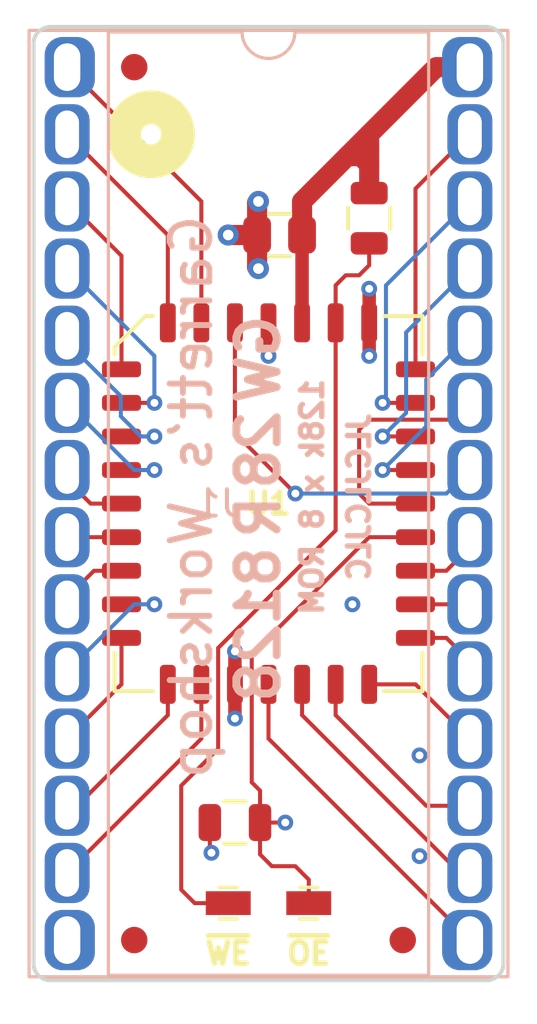
<source format=kicad_pcb>
(kicad_pcb (version 20171130) (host pcbnew "(5.1.5-0-10_14)")

  (general
    (thickness 1.6)
    (drawings 16)
    (tracks 144)
    (zones 0)
    (modules 10)
    (nets 31)
  )

  (page A4)
  (layers
    (0 F.Cu signal)
    (31 B.Cu signal)
    (32 B.Adhes user)
    (33 F.Adhes user)
    (34 B.Paste user)
    (35 F.Paste user)
    (36 B.SilkS user)
    (37 F.SilkS user)
    (38 B.Mask user)
    (39 F.Mask user)
    (40 Dwgs.User user)
    (41 Cmts.User user)
    (42 Eco1.User user)
    (43 Eco2.User user)
    (44 Edge.Cuts user)
    (45 Margin user)
    (46 B.CrtYd user)
    (47 F.CrtYd user)
    (48 B.Fab user)
    (49 F.Fab user)
  )

  (setup
    (last_trace_width 0.1524)
    (user_trace_width 0.2)
    (user_trace_width 0.254)
    (user_trace_width 0.508)
    (user_trace_width 0.762)
    (user_trace_width 1.27)
    (user_trace_width 1.524)
    (trace_clearance 0.1524)
    (zone_clearance 0.1524)
    (zone_45_only no)
    (trace_min 0.1524)
    (via_size 0.6)
    (via_drill 0.3)
    (via_min_size 0.4)
    (via_min_drill 0.3)
    (user_via 0.8 0.4)
    (user_via 1.524 0.762)
    (uvia_size 0.3)
    (uvia_drill 0.1)
    (uvias_allowed no)
    (uvia_min_size 0.2)
    (uvia_min_drill 0.1)
    (edge_width 0.15)
    (segment_width 0.1524)
    (pcb_text_width 0.3)
    (pcb_text_size 1.5 1.5)
    (mod_edge_width 0.15)
    (mod_text_size 1 1)
    (mod_text_width 0.15)
    (pad_size 1.9 2.28)
    (pad_drill 1)
    (pad_to_mask_clearance 0.0762)
    (solder_mask_min_width 0.127)
    (pad_to_paste_clearance -0.0381)
    (aux_axis_origin 0 0)
    (visible_elements FFFFEF7F)
    (pcbplotparams
      (layerselection 0x010f8_ffffffff)
      (usegerberextensions true)
      (usegerberattributes false)
      (usegerberadvancedattributes false)
      (creategerberjobfile false)
      (excludeedgelayer true)
      (linewidth 0.100000)
      (plotframeref false)
      (viasonmask false)
      (mode 1)
      (useauxorigin false)
      (hpglpennumber 1)
      (hpglpenspeed 20)
      (hpglpendiameter 15.000000)
      (psnegative false)
      (psa4output false)
      (plotreference true)
      (plotvalue true)
      (plotinvisibletext false)
      (padsonsilk false)
      (subtractmaskfromsilk true)
      (outputformat 1)
      (mirror false)
      (drillshape 0)
      (scaleselection 1)
      (outputdirectory "gerber/"))
  )

  (net 0 "")
  (net 1 +5V)
  (net 2 GND)
  (net 3 /A4)
  (net 4 /D7)
  (net 5 /D6)
  (net 6 /A8)
  (net 7 /A7)
  (net 8 /A6)
  (net 9 /A5)
  (net 10 /A3)
  (net 11 /A2)
  (net 12 /A1)
  (net 13 /A0)
  (net 14 /A9)
  (net 15 /D1)
  (net 16 /D5)
  (net 17 /D0)
  (net 18 /D2)
  (net 19 /D3)
  (net 20 /D4)
  (net 21 /A10)
  (net 22 /A11)
  (net 23 /A12)
  (net 24 /A13)
  (net 25 /A14)
  (net 26 /A15)
  (net 27 /~OE~)
  (net 28 /A16)
  (net 29 /~CS~)
  (net 30 /~WE~)

  (net_class Default "This is the default net class."
    (clearance 0.1524)
    (trace_width 0.1524)
    (via_dia 0.6)
    (via_drill 0.3)
    (uvia_dia 0.3)
    (uvia_drill 0.1)
    (add_net +5V)
    (add_net /A0)
    (add_net /A1)
    (add_net /A10)
    (add_net /A11)
    (add_net /A12)
    (add_net /A13)
    (add_net /A14)
    (add_net /A15)
    (add_net /A16)
    (add_net /A2)
    (add_net /A3)
    (add_net /A4)
    (add_net /A5)
    (add_net /A6)
    (add_net /A7)
    (add_net /A8)
    (add_net /A9)
    (add_net /D0)
    (add_net /D1)
    (add_net /D2)
    (add_net /D3)
    (add_net /D4)
    (add_net /D5)
    (add_net /D6)
    (add_net /D7)
    (add_net /~CS~)
    (add_net /~OE~)
    (add_net /~WE~)
    (add_net GND)
  )

  (module stdpads:DIP-28_W15.24mm_Socket_Inverse_Forked (layer F.Cu) (tedit 5EC59E9B) (tstamp 5EC5A50F)
    (at 40.64 20.32)
    (descr "28-lead though-hole mounted DIP package, row spacing 15.24 mm (600 mils), Socket, LongPads")
    (tags "THT DIP DIL PDIP 2.54mm 15.24mm 600mil Socket LongPads")
    (path /5DECC3CD)
    (fp_text reference J1 (at 5.715 16.51) (layer B.SilkS)
      (effects (font (size 1 1) (thickness 0.15)) (justify mirror))
    )
    (fp_text value Socket (at 7.62 35.35) (layer F.Fab)
      (effects (font (size 1 1) (thickness 0.15)))
    )
    (fp_arc (start 7.62 -1.33) (end 6.62 -1.33) (angle -180) (layer B.SilkS) (width 0.12))
    (fp_line (start 1.255 -1.27) (end 14.985 -1.27) (layer F.Fab) (width 0.1))
    (fp_line (start 14.985 -1.27) (end 14.985 34.29) (layer F.Fab) (width 0.1))
    (fp_line (start 14.985 34.29) (end 0.255 34.29) (layer F.Fab) (width 0.1))
    (fp_line (start 0.255 34.29) (end 0.255 -0.27) (layer F.Fab) (width 0.1))
    (fp_line (start 0.255 -0.27) (end 1.255 -1.27) (layer F.Fab) (width 0.1))
    (fp_line (start -1.27 -1.33) (end -1.27 34.35) (layer F.Fab) (width 0.1))
    (fp_line (start -1.27 34.35) (end 16.51 34.35) (layer F.Fab) (width 0.1))
    (fp_line (start 16.51 34.35) (end 16.51 -1.33) (layer F.Fab) (width 0.1))
    (fp_line (start 16.51 -1.33) (end -1.27 -1.33) (layer F.Fab) (width 0.1))
    (fp_line (start 6.62 -1.33) (end 1.56 -1.33) (layer B.SilkS) (width 0.12))
    (fp_line (start 1.56 -1.33) (end 1.56 34.35) (layer B.SilkS) (width 0.12))
    (fp_line (start 1.56 34.35) (end 13.68 34.35) (layer B.SilkS) (width 0.12))
    (fp_line (start 13.68 34.35) (end 13.68 -1.33) (layer B.SilkS) (width 0.12))
    (fp_line (start 13.68 -1.33) (end 8.62 -1.33) (layer B.SilkS) (width 0.12))
    (fp_line (start -1.44 -1.39) (end -1.44 34.41) (layer B.SilkS) (width 0.12))
    (fp_line (start -1.44 34.41) (end 16.68 34.41) (layer B.SilkS) (width 0.12))
    (fp_line (start 16.68 34.41) (end 16.68 -1.39) (layer B.SilkS) (width 0.12))
    (fp_line (start 16.68 -1.39) (end -1.44 -1.39) (layer B.SilkS) (width 0.12))
    (fp_line (start -1.55 -1.6) (end -1.55 34.65) (layer B.CrtYd) (width 0.05))
    (fp_line (start -1.55 34.65) (end 16.8 34.65) (layer B.CrtYd) (width 0.05))
    (fp_line (start 16.8 34.65) (end 16.8 -1.6) (layer B.CrtYd) (width 0.05))
    (fp_line (start 16.8 -1.6) (end -1.55 -1.6) (layer B.CrtYd) (width 0.05))
    (fp_text user %R (at 7.62 16.51) (layer F.Fab)
      (effects (font (size 1 1) (thickness 0.15)))
    )
    (pad 1 thru_hole roundrect (at 0 0) (size 1.9 2.28) (drill oval 1 1.8 (offset 0.1 0)) (layers *.Cu *.Mask) (roundrect_rratio 0.35)
      (net 26 /A15))
    (pad 15 thru_hole roundrect (at 15.24 33.02) (size 1.9 2.28) (drill oval 1 1.8 (offset -0.1 0)) (layers *.Cu *.Mask) (roundrect_rratio 0.35)
      (net 19 /D3))
    (pad 2 thru_hole roundrect (at 0 2.54) (size 1.7 2.28) (drill oval 0.9 1.8) (layers *.Cu *.Mask) (roundrect_rratio 0.35)
      (net 23 /A12))
    (pad 16 thru_hole roundrect (at 15.24 30.48) (size 1.7 2.28) (drill oval 0.9 1.8) (layers *.Cu *.Mask) (roundrect_rratio 0.35)
      (net 20 /D4))
    (pad 3 thru_hole roundrect (at 0 5.08) (size 1.7 2.28) (drill oval 0.9 1.8) (layers *.Cu *.Mask) (roundrect_rratio 0.35)
      (net 7 /A7))
    (pad 17 thru_hole roundrect (at 15.24 27.94) (size 1.7 2.28) (drill oval 0.9 1.8) (layers *.Cu *.Mask) (roundrect_rratio 0.35)
      (net 16 /D5))
    (pad 4 thru_hole roundrect (at 0 7.62) (size 1.7 2.28) (drill oval 0.9 1.8) (layers *.Cu *.Mask) (roundrect_rratio 0.35)
      (net 8 /A6))
    (pad 18 thru_hole roundrect (at 15.24 25.4) (size 1.7 2.28) (drill oval 0.9 1.8) (layers *.Cu *.Mask) (roundrect_rratio 0.35)
      (net 5 /D6))
    (pad 5 thru_hole roundrect (at 0 10.16) (size 1.7 2.28) (drill oval 0.9 1.8) (layers *.Cu *.Mask) (roundrect_rratio 0.35)
      (net 9 /A5))
    (pad 19 thru_hole roundrect (at 15.24 22.86) (size 1.7 2.28) (drill oval 0.9 1.8) (layers *.Cu *.Mask) (roundrect_rratio 0.35)
      (net 4 /D7))
    (pad 6 thru_hole roundrect (at 0 12.7) (size 1.7 2.28) (drill oval 0.9 1.8) (layers *.Cu *.Mask) (roundrect_rratio 0.35)
      (net 3 /A4))
    (pad 20 thru_hole roundrect (at 15.24 20.32) (size 1.7 2.28) (drill oval 0.9 1.8) (layers *.Cu *.Mask) (roundrect_rratio 0.35)
      (net 29 /~CS~))
    (pad 7 thru_hole roundrect (at 0 15.24) (size 1.7 2.28) (drill oval 0.9 1.8) (layers *.Cu *.Mask) (roundrect_rratio 0.35)
      (net 10 /A3))
    (pad 21 thru_hole roundrect (at 15.24 17.78) (size 1.7 2.28) (drill oval 0.9 1.8) (layers *.Cu *.Mask) (roundrect_rratio 0.35)
      (net 21 /A10))
    (pad 8 thru_hole roundrect (at 0 17.78) (size 1.7 2.28) (drill oval 0.9 1.8) (layers *.Cu *.Mask) (roundrect_rratio 0.35)
      (net 11 /A2))
    (pad 22 thru_hole roundrect (at 15.24 15.24) (size 1.7 2.28) (drill oval 0.9 1.8) (layers *.Cu *.Mask) (roundrect_rratio 0.35)
      (net 28 /A16))
    (pad 9 thru_hole roundrect (at 0 20.32) (size 1.7 2.28) (drill oval 0.9 1.8) (layers *.Cu *.Mask) (roundrect_rratio 0.35)
      (net 12 /A1))
    (pad 23 thru_hole roundrect (at 15.24 12.7) (size 1.7 2.28) (drill oval 0.9 1.8) (layers *.Cu *.Mask) (roundrect_rratio 0.35)
      (net 22 /A11))
    (pad 10 thru_hole roundrect (at 0 22.86) (size 1.7 2.28) (drill oval 0.9 1.8) (layers *.Cu *.Mask) (roundrect_rratio 0.35)
      (net 13 /A0))
    (pad 24 thru_hole roundrect (at 15.24 10.16) (size 1.7 2.28) (drill oval 0.9 1.8) (layers *.Cu *.Mask) (roundrect_rratio 0.35)
      (net 14 /A9))
    (pad 11 thru_hole roundrect (at 0 25.4) (size 1.7 2.28) (drill oval 0.9 1.8) (layers *.Cu *.Mask) (roundrect_rratio 0.35)
      (net 17 /D0))
    (pad 25 thru_hole roundrect (at 15.24 7.62) (size 1.7 2.28) (drill oval 0.9 1.8) (layers *.Cu *.Mask) (roundrect_rratio 0.35)
      (net 6 /A8))
    (pad 12 thru_hole roundrect (at 0 27.94) (size 1.7 2.28) (drill oval 0.9 1.8) (layers *.Cu *.Mask) (roundrect_rratio 0.35)
      (net 15 /D1))
    (pad 26 thru_hole roundrect (at 15.24 5.08) (size 1.7 2.28) (drill oval 0.9 1.8) (layers *.Cu *.Mask) (roundrect_rratio 0.35)
      (net 24 /A13))
    (pad 13 thru_hole roundrect (at 0 30.48) (size 1.7 2.28) (drill oval 0.9 1.8) (layers *.Cu *.Mask) (roundrect_rratio 0.35)
      (net 18 /D2))
    (pad 27 thru_hole roundrect (at 15.24 2.54) (size 1.7 2.28) (drill oval 0.9 1.8) (layers *.Cu *.Mask) (roundrect_rratio 0.35)
      (net 25 /A14))
    (pad 14 thru_hole roundrect (at 0 33.02) (size 1.9 2.28) (drill oval 1 1.8 (offset 0.1 0)) (layers *.Cu *.Mask) (roundrect_rratio 0.35)
      (net 2 GND))
    (pad 28 thru_hole roundrect (at 15.24 0) (size 1.9 2.28) (drill oval 1 1.8 (offset -0.1 0)) (layers *.Cu *.Mask) (roundrect_rratio 0.35)
      (net 1 +5V))
    (model ${KISYS3DMOD}/Connector_PinHeader_2.54mm.3dshapes/PinHeader_1x14_P2.54mm_Vertical.wrl
      (offset (xyz 0 0 -1.778))
      (scale (xyz 1 1 1))
      (rotate (xyz 0 180 0))
    )
    (model ${KISYS3DMOD}/Connector_PinHeader_2.54mm.3dshapes/PinHeader_1x14_P2.54mm_Vertical.wrl
      (offset (xyz 15.24 0 -1.778))
      (scale (xyz 1 1 1))
      (rotate (xyz 0 180 0))
    )
  )

  (module stdpads:PLCC-32 (layer F.Cu) (tedit 5E892816) (tstamp 5D12FC01)
    (at 48.26 36.83)
    (descr "PLCC, 32 Pin (http://ww1.microchip.com/downloads/en/DeviceDoc/doc0015.pdf), generated with kicad-footprint-generator ipc_plcc_jLead_generator.py")
    (tags "PLCC LCC")
    (path /5E56BC07)
    (attr smd)
    (fp_text reference U1 (at 0 0) (layer F.SilkS)
      (effects (font (size 0.8128 0.8128) (thickness 0.2032)))
    )
    (fp_text value 39SF010 (at 0 1.27) (layer F.Fab)
      (effects (font (size 0.8128 0.8128) (thickness 0.2032)))
    )
    (fp_text user %R (at 0 0) (layer F.Fab)
      (effects (font (size 0.8128 0.8128) (thickness 0.2032)))
    )
    (fp_line (start -6.55 -5.63) (end -6.55 0) (layer F.CrtYd) (width 0.05))
    (fp_line (start -5.96 -5.63) (end -6.55 -5.63) (layer F.CrtYd) (width 0.05))
    (fp_line (start -5.96 -5.95) (end -5.96 -5.63) (layer F.CrtYd) (width 0.05))
    (fp_line (start -4.68 -7.23) (end -5.96 -5.95) (layer F.CrtYd) (width 0.05))
    (fp_line (start -4.36 -7.23) (end -4.68 -7.23) (layer F.CrtYd) (width 0.05))
    (fp_line (start -4.36 -7.82) (end -4.36 -7.23) (layer F.CrtYd) (width 0.05))
    (fp_line (start 0 -7.82) (end -4.36 -7.82) (layer F.CrtYd) (width 0.05))
    (fp_line (start 6.55 5.63) (end 6.55 0) (layer F.CrtYd) (width 0.05))
    (fp_line (start 5.96 5.63) (end 6.55 5.63) (layer F.CrtYd) (width 0.05))
    (fp_line (start 5.96 7.23) (end 5.96 5.63) (layer F.CrtYd) (width 0.05))
    (fp_line (start 4.36 7.23) (end 5.96 7.23) (layer F.CrtYd) (width 0.05))
    (fp_line (start 4.36 7.82) (end 4.36 7.23) (layer F.CrtYd) (width 0.05))
    (fp_line (start 0 7.82) (end 4.36 7.82) (layer F.CrtYd) (width 0.05))
    (fp_line (start -6.55 5.63) (end -6.55 0) (layer F.CrtYd) (width 0.05))
    (fp_line (start -5.96 5.63) (end -6.55 5.63) (layer F.CrtYd) (width 0.05))
    (fp_line (start -5.96 7.23) (end -5.96 5.63) (layer F.CrtYd) (width 0.05))
    (fp_line (start -4.36 7.23) (end -5.96 7.23) (layer F.CrtYd) (width 0.05))
    (fp_line (start -4.36 7.82) (end -4.36 7.23) (layer F.CrtYd) (width 0.05))
    (fp_line (start 0 7.82) (end -4.36 7.82) (layer F.CrtYd) (width 0.05))
    (fp_line (start 6.55 -5.63) (end 6.55 0) (layer F.CrtYd) (width 0.05))
    (fp_line (start 5.96 -5.63) (end 6.55 -5.63) (layer F.CrtYd) (width 0.05))
    (fp_line (start 5.96 -7.23) (end 5.96 -5.63) (layer F.CrtYd) (width 0.05))
    (fp_line (start 4.36 -7.23) (end 5.96 -7.23) (layer F.CrtYd) (width 0.05))
    (fp_line (start 4.36 -7.82) (end 4.36 -7.23) (layer F.CrtYd) (width 0.05))
    (fp_line (start 0 -7.82) (end 4.36 -7.82) (layer F.CrtYd) (width 0.05))
    (fp_line (start -0.5 -6.985) (end 0 -6.277893) (layer F.Fab) (width 0.1))
    (fp_line (start -4.575 -6.985) (end -0.5 -6.985) (layer F.Fab) (width 0.1))
    (fp_line (start -5.715 -5.845) (end -4.575 -6.985) (layer F.Fab) (width 0.1))
    (fp_line (start -5.715 6.985) (end -5.715 -5.845) (layer F.Fab) (width 0.1))
    (fp_line (start 5.715 6.985) (end -5.715 6.985) (layer F.Fab) (width 0.1))
    (fp_line (start 5.715 -6.985) (end 5.715 6.985) (layer F.Fab) (width 0.1))
    (fp_line (start 0.5 -6.985) (end 5.715 -6.985) (layer F.Fab) (width 0.1))
    (fp_line (start 0 -6.277893) (end 0.5 -6.985) (layer F.Fab) (width 0.1))
    (fp_line (start -5.825 -5.922782) (end -5.825 -5.64) (layer F.SilkS) (width 0.1524))
    (fp_line (start -4.652782 -7.095) (end -5.825 -5.922782) (layer F.SilkS) (width 0.1524))
    (fp_line (start -4.37 -7.095) (end -4.652782 -7.095) (layer F.SilkS) (width 0.1524))
    (fp_line (start 5.825 7.095) (end 5.825 5.64) (layer F.SilkS) (width 0.1524))
    (fp_line (start 4.37 7.095) (end 5.825 7.095) (layer F.SilkS) (width 0.1524))
    (fp_line (start -5.825 7.095) (end -5.825 5.64) (layer F.SilkS) (width 0.1524))
    (fp_line (start -4.37 7.095) (end -5.825 7.095) (layer F.SilkS) (width 0.1524))
    (fp_line (start 5.825 -7.095) (end 5.825 -5.64) (layer F.SilkS) (width 0.1524))
    (fp_line (start 4.37 -7.095) (end 5.825 -7.095) (layer F.SilkS) (width 0.1524))
    (pad 32 smd roundrect (at 1.27 -6.8375) (size 0.6 1.475) (layers F.Cu F.Paste F.Mask) (roundrect_rratio 0.25)
      (net 1 +5V))
    (pad 31 smd roundrect (at 2.54 -6.8375) (size 0.6 1.475) (layers F.Cu F.Paste F.Mask) (roundrect_rratio 0.25)
      (net 30 /~WE~))
    (pad 30 smd roundrect (at 3.81 -6.8375) (size 0.6 1.475) (layers F.Cu F.Paste F.Mask) (roundrect_rratio 0.25)
      (net 2 GND))
    (pad 29 smd roundrect (at 5.5625 -5.08) (size 1.475 0.6) (layers F.Cu F.Paste F.Mask) (roundrect_rratio 0.25)
      (net 25 /A14))
    (pad 28 smd roundrect (at 5.5625 -3.81) (size 1.475 0.6) (layers F.Cu F.Paste F.Mask) (roundrect_rratio 0.25)
      (net 24 /A13))
    (pad 27 smd roundrect (at 5.5625 -2.54) (size 1.475 0.6) (layers F.Cu F.Paste F.Mask) (roundrect_rratio 0.25)
      (net 6 /A8))
    (pad 26 smd roundrect (at 5.5625 -1.27) (size 1.475 0.6) (layers F.Cu F.Paste F.Mask) (roundrect_rratio 0.25)
      (net 14 /A9))
    (pad 25 smd roundrect (at 5.5625 0) (size 1.475 0.6) (layers F.Cu F.Paste F.Mask) (roundrect_rratio 0.25)
      (net 22 /A11))
    (pad 24 smd roundrect (at 5.5625 1.27) (size 1.475 0.6) (layers F.Cu F.Paste F.Mask) (roundrect_rratio 0.25)
      (net 27 /~OE~))
    (pad 23 smd roundrect (at 5.5625 2.54) (size 1.475 0.6) (layers F.Cu F.Paste F.Mask) (roundrect_rratio 0.25)
      (net 21 /A10))
    (pad 22 smd roundrect (at 5.5625 3.81) (size 1.475 0.6) (layers F.Cu F.Paste F.Mask) (roundrect_rratio 0.25)
      (net 29 /~CS~))
    (pad 21 smd roundrect (at 5.5625 5.08) (size 1.475 0.6) (layers F.Cu F.Paste F.Mask) (roundrect_rratio 0.25)
      (net 4 /D7))
    (pad 20 smd roundrect (at 3.81 6.8375) (size 0.6 1.475) (layers F.Cu F.Paste F.Mask) (roundrect_rratio 0.25)
      (net 5 /D6))
    (pad 19 smd roundrect (at 2.54 6.8375) (size 0.6 1.475) (layers F.Cu F.Paste F.Mask) (roundrect_rratio 0.25)
      (net 16 /D5))
    (pad 18 smd roundrect (at 1.27 6.8375) (size 0.6 1.475) (layers F.Cu F.Paste F.Mask) (roundrect_rratio 0.25)
      (net 20 /D4))
    (pad 17 smd roundrect (at 0 6.8375) (size 0.6 1.475) (layers F.Cu F.Paste F.Mask) (roundrect_rratio 0.25)
      (net 19 /D3))
    (pad 16 smd roundrect (at -1.27 6.8375) (size 0.6 1.475) (layers F.Cu F.Paste F.Mask) (roundrect_rratio 0.25)
      (net 2 GND))
    (pad 15 smd roundrect (at -2.54 6.8375) (size 0.6 1.475) (layers F.Cu F.Paste F.Mask) (roundrect_rratio 0.25)
      (net 18 /D2))
    (pad 14 smd roundrect (at -3.81 6.8375) (size 0.6 1.475) (layers F.Cu F.Paste F.Mask) (roundrect_rratio 0.25)
      (net 15 /D1))
    (pad 13 smd roundrect (at -5.5625 5.08) (size 1.475 0.6) (layers F.Cu F.Paste F.Mask) (roundrect_rratio 0.25)
      (net 17 /D0))
    (pad 12 smd roundrect (at -5.5625 3.81) (size 1.475 0.6) (layers F.Cu F.Paste F.Mask) (roundrect_rratio 0.25)
      (net 13 /A0))
    (pad 11 smd roundrect (at -5.5625 2.54) (size 1.475 0.6) (layers F.Cu F.Paste F.Mask) (roundrect_rratio 0.25)
      (net 12 /A1))
    (pad 10 smd roundrect (at -5.5625 1.27) (size 1.475 0.6) (layers F.Cu F.Paste F.Mask) (roundrect_rratio 0.25)
      (net 11 /A2))
    (pad 9 smd roundrect (at -5.5625 0) (size 1.475 0.6) (layers F.Cu F.Paste F.Mask) (roundrect_rratio 0.25)
      (net 10 /A3))
    (pad 8 smd roundrect (at -5.5625 -1.27) (size 1.475 0.6) (layers F.Cu F.Paste F.Mask) (roundrect_rratio 0.25)
      (net 3 /A4))
    (pad 7 smd roundrect (at -5.5625 -2.54) (size 1.475 0.6) (layers F.Cu F.Paste F.Mask) (roundrect_rratio 0.25)
      (net 9 /A5))
    (pad 6 smd roundrect (at -5.5625 -3.81) (size 1.475 0.6) (layers F.Cu F.Paste F.Mask) (roundrect_rratio 0.25)
      (net 8 /A6))
    (pad 5 smd roundrect (at -5.5625 -5.08) (size 1.475 0.6) (layers F.Cu F.Paste F.Mask) (roundrect_rratio 0.25)
      (net 7 /A7))
    (pad 4 smd roundrect (at -3.81 -6.8375) (size 0.6 1.475) (layers F.Cu F.Paste F.Mask) (roundrect_rratio 0.25)
      (net 23 /A12))
    (pad 3 smd roundrect (at -2.54 -6.8375) (size 0.6 1.475) (layers F.Cu F.Paste F.Mask) (roundrect_rratio 0.25)
      (net 26 /A15))
    (pad 2 smd roundrect (at -1.27 -6.8375) (size 0.6 1.475) (layers F.Cu F.Paste F.Mask) (roundrect_rratio 0.25)
      (net 28 /A16))
    (pad 1 smd roundrect (at 0 -6.8375) (size 0.6 1.475) (layers F.Cu F.Paste F.Mask) (roundrect_rratio 0.25)
      (net 2 GND))
    (model ${KIPRJMOD}/../stdpads.3dshapes/PLCC-32.wrl
      (at (xyz 0 0 0))
      (scale (xyz 1 1 1))
      (rotate (xyz 0 0 180))
    )
  )

  (module stdpads:Fiducial (layer F.Cu) (tedit 5CFD71CD) (tstamp 5D30EF0C)
    (at 43.18 53.34)
    (descr "Circular Fiducial, 1mm bare copper top; 2mm keepout (Level A)")
    (tags marker)
    (path /5D319ED4)
    (attr smd)
    (fp_text reference FID2 (at 0 -1.6) (layer F.SilkS) hide
      (effects (font (size 0.508 0.508) (thickness 0.127)))
    )
    (fp_text value Fiducial (at 0 1.651) (layer F.Fab) hide
      (effects (font (size 0.508 0.508) (thickness 0.127)))
    )
    (fp_circle (center 0 0) (end 1 0) (layer F.Fab) (width 0.1))
    (fp_text user %R (at 0 0) (layer F.Fab)
      (effects (font (size 0.4 0.4) (thickness 0.06)))
    )
    (fp_circle (center 0 0) (end 1.25 0) (layer F.CrtYd) (width 0.05))
    (pad ~ smd circle (at 0 0) (size 1 1) (layers F.Cu F.Mask)
      (solder_mask_margin 0.5) (clearance 0.575))
  )

  (module stdpads:Fiducial (layer F.Cu) (tedit 5CFD71CD) (tstamp 5D13489F)
    (at 53.34 53.34)
    (descr "Circular Fiducial, 1mm bare copper top; 2mm keepout (Level A)")
    (tags marker)
    (path /5D319F51)
    (attr smd)
    (fp_text reference FID3 (at 0 -1.6) (layer F.SilkS) hide
      (effects (font (size 0.508 0.508) (thickness 0.127)))
    )
    (fp_text value Fiducial (at 0 1.651) (layer F.Fab) hide
      (effects (font (size 0.508 0.508) (thickness 0.127)))
    )
    (fp_circle (center 0 0) (end 1.25 0) (layer F.CrtYd) (width 0.05))
    (fp_text user %R (at 0 0) (layer F.Fab)
      (effects (font (size 0.4 0.4) (thickness 0.06)))
    )
    (fp_circle (center 0 0) (end 1 0) (layer F.Fab) (width 0.1))
    (pad ~ smd circle (at 0 0) (size 1 1) (layers F.Cu F.Mask)
      (solder_mask_margin 0.5) (clearance 0.575))
  )

  (module stdpads:Fiducial (layer F.Cu) (tedit 5CFD71CD) (tstamp 5D134897)
    (at 43.18 20.32)
    (descr "Circular Fiducial, 1mm bare copper top; 2mm keepout (Level A)")
    (tags marker)
    (path /5D319AF4)
    (attr smd)
    (fp_text reference FID1 (at 0 -1.6) (layer F.SilkS) hide
      (effects (font (size 0.508 0.508) (thickness 0.127)))
    )
    (fp_text value Fiducial (at 0 1.651) (layer F.Fab) hide
      (effects (font (size 0.508 0.508) (thickness 0.127)))
    )
    (fp_circle (center 0 0) (end 1.25 0) (layer F.CrtYd) (width 0.05))
    (fp_text user %R (at 0 0) (layer F.Fab)
      (effects (font (size 0.4 0.4) (thickness 0.06)))
    )
    (fp_circle (center 0 0) (end 1 0) (layer F.Fab) (width 0.1))
    (pad ~ smd circle (at 0 0) (size 1 1) (layers F.Cu F.Mask)
      (solder_mask_margin 0.5) (clearance 0.575))
  )

  (module stdpads:R_0805 (layer F.Cu) (tedit 5CC267AA) (tstamp 5D30E8B8)
    (at 52.07 26.035 270)
    (tags resistor)
    (path /5D31EA5F)
    (attr smd)
    (fp_text reference R2 (at 0 -1.5 90) (layer F.SilkS) hide
      (effects (font (size 0.8128 0.8128) (thickness 0.1524)))
    )
    (fp_text value 22k (at 0 0.889 90) (layer F.Fab) hide
      (effects (font (size 0.127 0.127) (thickness 0.03175)))
    )
    (fp_text user %R (at 0 0) (layer F.Fab)
      (effects (font (size 0.254 0.254) (thickness 0.0635)))
    )
    (fp_line (start 1.7 1) (end -1.7 1) (layer F.CrtYd) (width 0.05))
    (fp_line (start 1.7 -1) (end 1.7 1) (layer F.CrtYd) (width 0.05))
    (fp_line (start -1.7 -1) (end 1.7 -1) (layer F.CrtYd) (width 0.05))
    (fp_line (start -1.7 1) (end -1.7 -1) (layer F.CrtYd) (width 0.05))
    (fp_line (start -0.4064 0.8) (end 0.4064 0.8) (layer F.SilkS) (width 0.1524))
    (fp_line (start -0.4064 -0.8) (end 0.4064 -0.8) (layer F.SilkS) (width 0.1524))
    (fp_line (start 1 0.625) (end -1 0.625) (layer F.Fab) (width 0.1))
    (fp_line (start 1 -0.625) (end 1 0.625) (layer F.Fab) (width 0.1))
    (fp_line (start -1 -0.625) (end 1 -0.625) (layer F.Fab) (width 0.1))
    (fp_line (start -1 0.625) (end -1 -0.625) (layer F.Fab) (width 0.1))
    (pad 2 smd roundrect (at 0.95 0 270) (size 0.85 1.4) (layers F.Cu F.Paste F.Mask) (roundrect_rratio 0.25)
      (net 30 /~WE~))
    (pad 1 smd roundrect (at -0.95 0 270) (size 0.85 1.4) (layers F.Cu F.Paste F.Mask) (roundrect_rratio 0.25)
      (net 1 +5V))
    (model ${KISYS3DMOD}/Resistor_SMD.3dshapes/R_0805_2012Metric.wrl
      (at (xyz 0 0 0))
      (scale (xyz 1 1 1))
      (rotate (xyz 0 0 0))
    )
  )

  (module stdpads:C_0805 (layer F.Cu) (tedit 5CC26793) (tstamp 5D13487E)
    (at 48.68 26.67 180)
    (tags capacitor)
    (path /5D136B08)
    (attr smd)
    (fp_text reference C1 (at 0 -1.5) (layer F.SilkS) hide
      (effects (font (size 0.8128 0.8128) (thickness 0.1524)))
    )
    (fp_text value 100n (at 0 0.9) (layer F.Fab) hide
      (effects (font (size 0.127 0.127) (thickness 0.03175)))
    )
    (fp_line (start -1 0.625) (end -1 -0.625) (layer F.Fab) (width 0.15))
    (fp_line (start -1 -0.625) (end 1 -0.625) (layer F.Fab) (width 0.15))
    (fp_line (start 1 -0.625) (end 1 0.625) (layer F.Fab) (width 0.15))
    (fp_line (start 1 0.625) (end -1 0.625) (layer F.Fab) (width 0.15))
    (fp_line (start -0.4064 -0.8) (end 0.4064 -0.8) (layer F.SilkS) (width 0.1524))
    (fp_line (start -0.4064 0.8) (end 0.4064 0.8) (layer F.SilkS) (width 0.1524))
    (fp_line (start -1.7 1) (end -1.7 -1) (layer F.CrtYd) (width 0.05))
    (fp_line (start -1.7 -1) (end 1.7 -1) (layer F.CrtYd) (width 0.05))
    (fp_line (start 1.7 -1) (end 1.7 1) (layer F.CrtYd) (width 0.05))
    (fp_line (start 1.7 1) (end -1.7 1) (layer F.CrtYd) (width 0.05))
    (fp_text user %R (at 0 0 90) (layer F.Fab)
      (effects (font (size 0.254 0.254) (thickness 0.0635)))
    )
    (pad 1 smd roundrect (at -0.85 0 180) (size 1.05 1.4) (layers F.Cu F.Paste F.Mask) (roundrect_rratio 0.25)
      (net 1 +5V))
    (pad 2 smd roundrect (at 0.85 0 180) (size 1.05 1.4) (layers F.Cu F.Paste F.Mask) (roundrect_rratio 0.25)
      (net 2 GND))
    (model ${KISYS3DMOD}/Capacitor_SMD.3dshapes/C_0805_2012Metric.wrl
      (at (xyz 0 0 0))
      (scale (xyz 1 1 1))
      (rotate (xyz 0 0 0))
    )
  )

  (module stdpads:R_0805 (layer F.Cu) (tedit 5CC267AA) (tstamp 5D30E225)
    (at 46.99 48.895 180)
    (tags resistor)
    (path /5D3208E4)
    (attr smd)
    (fp_text reference R1 (at 0 -1.5) (layer F.SilkS) hide
      (effects (font (size 0.8128 0.8128) (thickness 0.1524)))
    )
    (fp_text value 22k (at 0 0.889) (layer F.Fab) hide
      (effects (font (size 0.127 0.127) (thickness 0.03175)))
    )
    (fp_line (start -1 0.625) (end -1 -0.625) (layer F.Fab) (width 0.1))
    (fp_line (start -1 -0.625) (end 1 -0.625) (layer F.Fab) (width 0.1))
    (fp_line (start 1 -0.625) (end 1 0.625) (layer F.Fab) (width 0.1))
    (fp_line (start 1 0.625) (end -1 0.625) (layer F.Fab) (width 0.1))
    (fp_line (start -0.4064 -0.8) (end 0.4064 -0.8) (layer F.SilkS) (width 0.1524))
    (fp_line (start -0.4064 0.8) (end 0.4064 0.8) (layer F.SilkS) (width 0.1524))
    (fp_line (start -1.7 1) (end -1.7 -1) (layer F.CrtYd) (width 0.05))
    (fp_line (start -1.7 -1) (end 1.7 -1) (layer F.CrtYd) (width 0.05))
    (fp_line (start 1.7 -1) (end 1.7 1) (layer F.CrtYd) (width 0.05))
    (fp_line (start 1.7 1) (end -1.7 1) (layer F.CrtYd) (width 0.05))
    (fp_text user %R (at 0 0 90) (layer F.Fab)
      (effects (font (size 0.254 0.254) (thickness 0.0635)))
    )
    (pad 1 smd roundrect (at -0.95 0 180) (size 0.85 1.4) (layers F.Cu F.Paste F.Mask) (roundrect_rratio 0.25)
      (net 27 /~OE~))
    (pad 2 smd roundrect (at 0.95 0 180) (size 0.85 1.4) (layers F.Cu F.Paste F.Mask) (roundrect_rratio 0.25)
      (net 2 GND))
    (model ${KISYS3DMOD}/Resistor_SMD.3dshapes/R_0805_2012Metric.wrl
      (at (xyz 0 0 0))
      (scale (xyz 1 1 1))
      (rotate (xyz 0 0 0))
    )
  )

  (module stdpads:Tyco_RCU_0603_Paste (layer F.Cu) (tedit 5E914329) (tstamp 5EC5A9DA)
    (at 49.784 51.943)
    (tags "Tyco RCU 0603")
    (path /5EC596B7)
    (attr smd)
    (fp_text reference TP1 (at 0 0) (layer F.Fab)
      (effects (font (size 0.254 0.254) (thickness 0.0635)))
    )
    (fp_text value ~OE~ (at 0 1.905) (layer F.SilkS)
      (effects (font (size 0.8128 0.8128) (thickness 0.2032)))
    )
    (fp_line (start 0.35 0.6) (end -0.35 0.6) (layer F.SilkS) (width 0.127))
    (fp_line (start -0.35 -0.6) (end 0.35 -0.6) (layer F.SilkS) (width 0.127))
    (fp_line (start 1.45 -0.75) (end 1.45 0.75) (layer F.CrtYd) (width 0.05))
    (fp_line (start -1.45 -0.75) (end -1.45 0.75) (layer F.CrtYd) (width 0.05))
    (fp_line (start -1.45 0.75) (end 1.45 0.75) (layer F.CrtYd) (width 0.05))
    (fp_line (start -1.45 -0.75) (end 1.45 -0.75) (layer F.CrtYd) (width 0.05))
    (fp_line (start -0.8 -0.4) (end 0.8 -0.4) (layer F.Fab) (width 0.05))
    (fp_line (start 0.8 -0.4) (end 0.8 0.4) (layer F.Fab) (width 0.05))
    (fp_line (start 0.8 0.4) (end -0.8 0.4) (layer F.Fab) (width 0.05))
    (fp_line (start -0.8 0.4) (end -0.8 -0.4) (layer F.Fab) (width 0.05))
    (pad 1 smd rect (at 0 0) (size 1.7 0.9) (layers F.Cu F.Paste F.Mask)
      (net 27 /~OE~))
    (model ${KISYS3DMOD}/TestPoint.3dshapes/TestPoint_Bridge_Pitch7.62mm_Drill1.3mm.wrl
      (offset (xyz -0.6834 0 0))
      (scale (xyz 0.18 0.62 0.09))
      (rotate (xyz 0 0 0))
    )
  )

  (module stdpads:Tyco_RCU_0603_Paste (layer F.Cu) (tedit 5E914329) (tstamp 5EC5C02C)
    (at 46.736 51.943)
    (tags "Tyco RCU 0603")
    (path /5EC59B6C)
    (attr smd)
    (fp_text reference TP2 (at 0 0) (layer F.Fab)
      (effects (font (size 0.254 0.254) (thickness 0.0635)))
    )
    (fp_text value ~WE~ (at 0 1.905) (layer F.SilkS)
      (effects (font (size 0.8128 0.8128) (thickness 0.2032)))
    )
    (fp_line (start -0.8 0.4) (end -0.8 -0.4) (layer F.Fab) (width 0.05))
    (fp_line (start 0.8 0.4) (end -0.8 0.4) (layer F.Fab) (width 0.05))
    (fp_line (start 0.8 -0.4) (end 0.8 0.4) (layer F.Fab) (width 0.05))
    (fp_line (start -0.8 -0.4) (end 0.8 -0.4) (layer F.Fab) (width 0.05))
    (fp_line (start -1.45 -0.75) (end 1.45 -0.75) (layer F.CrtYd) (width 0.05))
    (fp_line (start -1.45 0.75) (end 1.45 0.75) (layer F.CrtYd) (width 0.05))
    (fp_line (start -1.45 -0.75) (end -1.45 0.75) (layer F.CrtYd) (width 0.05))
    (fp_line (start 1.45 -0.75) (end 1.45 0.75) (layer F.CrtYd) (width 0.05))
    (fp_line (start -0.35 -0.6) (end 0.35 -0.6) (layer F.SilkS) (width 0.127))
    (fp_line (start 0.35 0.6) (end -0.35 0.6) (layer F.SilkS) (width 0.127))
    (pad 1 smd rect (at 0 0) (size 1.7 0.9) (layers F.Cu F.Paste F.Mask)
      (net 30 /~WE~))
    (model ${KISYS3DMOD}/TestPoint.3dshapes/TestPoint_Bridge_Pitch7.62mm_Drill1.3mm.wrl
      (offset (xyz -0.6834 0 0))
      (scale (xyz 0.18 0.62 0.09))
      (rotate (xyz 0 0 0))
    )
  )

  (gr_arc (start 40.005 54.229) (end 39.37 54.229) (angle -90) (layer Edge.Cuts) (width 0.15) (tstamp 5DECE0A7))
  (gr_arc (start 56.515 54.229) (end 56.515 54.864) (angle -90) (layer Edge.Cuts) (width 0.15) (tstamp 5DECDFC0))
  (gr_arc (start 56.515 19.431) (end 57.15 19.431) (angle -90) (layer Edge.Cuts) (width 0.15) (tstamp 5DECDE9D))
  (gr_arc (start 40.005 19.431) (end 40.005 18.796) (angle -90) (layer Edge.Cuts) (width 0.15) (tstamp 5D347157))
  (gr_text JLCJLCJLC (at 51.689 36.576 90) (layer B.SilkS)
    (effects (font (size 0.8128 0.8128) (thickness 0.2032)) (justify mirror))
  )
  (gr_text "128k x 8 ROM" (at 49.911 36.576 90) (layer B.SilkS) (tstamp 5D130759)
    (effects (font (size 0.8128 0.8128) (thickness 0.2032)) (justify mirror))
  )
  (gr_circle (center 43.815 22.86) (end 44.196 22.86) (layer F.SilkS) (width 1.28))
  (gr_text 8128 (at 47.879 41.402 90) (layer B.SilkS) (tstamp 5D12F927)
    (effects (font (size 1.524 1.524) (thickness 0.3)) (justify mirror))
  )
  (gr_text R (at 47.879 37.338 90) (layer B.SilkS) (tstamp 5D12F91E)
    (effects (font (size 1.524 1.524) (thickness 0.3)) (justify mirror))
  )
  (gr_text 28 (at 47.879 34.798 90) (layer B.SilkS) (tstamp 5D12F91B)
    (effects (font (size 1.524 1.524) (thickness 0.3)) (justify mirror))
  )
  (gr_text GW (at 47.879 31.369 90) (layer B.SilkS) (tstamp 5D12F918)
    (effects (font (size 1.524 1.524) (thickness 0.3)) (justify mirror))
  )
  (gr_text "Garrett’s Workshop" (at 45.339 36.576 90) (layer B.SilkS) (tstamp 5D12F589)
    (effects (font (size 1.5 1.5) (thickness 0.225)) (justify mirror))
  )
  (gr_line (start 39.37 54.229) (end 39.37 19.431) (layer Edge.Cuts) (width 0.15) (tstamp 5DECD9B9))
  (gr_line (start 56.515 54.864) (end 40.005 54.864) (layer Edge.Cuts) (width 0.15))
  (gr_line (start 57.15 19.431) (end 57.15 54.229) (layer Edge.Cuts) (width 0.15))
  (gr_line (start 40.005 18.796) (end 56.515 18.796) (layer Edge.Cuts) (width 0.15))

  (segment (start 49.53 29.9925) (end 49.53 26.67) (width 0.508) (layer F.Cu) (net 1))
  (segment (start 49.53 26.67) (end 49.53 25.4) (width 0.762) (layer F.Cu) (net 1))
  (segment (start 54.61 20.32) (end 55.88 20.32) (width 0.762) (layer F.Cu) (net 1))
  (segment (start 52.07 23.495) (end 52.07 22.86) (width 0.762) (layer F.Cu) (net 1))
  (segment (start 54.61 20.32) (end 52.07 22.86) (width 0.762) (layer F.Cu) (net 1))
  (segment (start 51.2445 23.6855) (end 51.7525 23.6855) (width 0.762) (layer F.Cu) (net 1))
  (segment (start 51.2445 23.6855) (end 52.07 22.86) (width 0.762) (layer F.Cu) (net 1))
  (segment (start 49.53 25.4) (end 51.2445 23.6855) (width 0.762) (layer F.Cu) (net 1))
  (segment (start 51.7525 23.6855) (end 52.07 24.003) (width 0.762) (layer F.Cu) (net 1))
  (segment (start 52.07 24.003) (end 52.07 23.495) (width 0.762) (layer F.Cu) (net 1))
  (segment (start 52.07 25.085) (end 52.07 24.003) (width 0.762) (layer F.Cu) (net 1))
  (via (at 47.879 25.4) (size 0.8) (drill 0.4) (layers F.Cu B.Cu) (net 2))
  (segment (start 47.83 25.449) (end 47.879 25.4) (width 0.762) (layer F.Cu) (net 2))
  (segment (start 47.83 26.67) (end 47.83 25.449) (width 0.762) (layer F.Cu) (net 2))
  (via (at 46.736 26.67) (size 0.8) (drill 0.4) (layers F.Cu B.Cu) (net 2))
  (segment (start 47.83 26.67) (end 46.736 26.67) (width 0.762) (layer F.Cu) (net 2))
  (via (at 47.879 27.94) (size 0.8) (drill 0.4) (layers F.Cu B.Cu) (net 2))
  (segment (start 47.83 27.891) (end 47.879 27.94) (width 0.762) (layer F.Cu) (net 2))
  (segment (start 47.83 26.67) (end 47.83 27.891) (width 0.762) (layer F.Cu) (net 2))
  (via (at 46.99 42.418) (size 0.6) (drill 0.3) (layers F.Cu B.Cu) (net 2))
  (segment (start 46.99 43.6675) (end 46.99 42.418) (width 0.508) (layer F.Cu) (net 2))
  (via (at 46.99 44.958) (size 0.6) (drill 0.3) (layers F.Cu B.Cu) (net 2))
  (segment (start 46.99 43.6675) (end 46.99 44.958) (width 0.508) (layer F.Cu) (net 2))
  (via (at 48.26 31.242) (size 0.6) (drill 0.3) (layers F.Cu B.Cu) (net 2))
  (segment (start 48.26 29.9925) (end 48.26 31.242) (width 0.508) (layer F.Cu) (net 2))
  (via (at 52.07 31.242) (size 0.6) (drill 0.3) (layers F.Cu B.Cu) (net 2))
  (segment (start 52.07 29.9925) (end 52.07 31.242) (width 0.508) (layer F.Cu) (net 2))
  (via (at 52.07 28.702) (size 0.6) (drill 0.3) (layers F.Cu B.Cu) (net 2))
  (segment (start 52.07 29.9925) (end 52.07 28.702) (width 0.508) (layer F.Cu) (net 2))
  (via (at 53.975 50.165) (size 0.6) (drill 0.3) (layers F.Cu B.Cu) (net 2) (tstamp 5DEC8B83))
  (via (at 53.975 46.355) (size 0.6) (drill 0.3) (layers F.Cu B.Cu) (net 2) (tstamp 5DEC8B89))
  (via (at 51.435 40.64) (size 0.6) (drill 0.3) (layers F.Cu B.Cu) (net 2) (tstamp 5DEC8B8B))
  (segment (start 46.04 49.977) (end 46.101 50.038) (width 0.1524) (layer F.Cu) (net 2))
  (via (at 46.101 50.038) (size 0.6) (drill 0.3) (layers F.Cu B.Cu) (net 2))
  (segment (start 46.04 48.895) (end 46.04 49.977) (width 0.1524) (layer F.Cu) (net 2))
  (via (at 43.942 35.56) (size 0.6) (drill 0.3) (layers F.Cu B.Cu) (net 3))
  (segment (start 42.6975 35.56) (end 43.942 35.56) (width 0.1524) (layer F.Cu) (net 3))
  (segment (start 43.18 35.56) (end 43.942 35.56) (width 0.1524) (layer B.Cu) (net 3))
  (segment (start 40.64 33.02) (end 43.18 35.56) (width 0.1524) (layer B.Cu) (net 3))
  (segment (start 53.8225 41.91) (end 54.991 41.91) (width 0.1524) (layer F.Cu) (net 4))
  (segment (start 55.88 42.799) (end 55.88 43.18) (width 0.1524) (layer F.Cu) (net 4))
  (segment (start 54.991 41.91) (end 55.88 42.799) (width 0.1524) (layer F.Cu) (net 4))
  (segment (start 53.8275 43.6675) (end 55.88 45.72) (width 0.1524) (layer F.Cu) (net 5))
  (segment (start 52.07 43.6675) (end 53.8275 43.6675) (width 0.1524) (layer F.Cu) (net 5))
  (via (at 52.578 34.29) (size 0.6) (drill 0.3) (layers F.Cu B.Cu) (net 6))
  (segment (start 53.8225 34.29) (end 52.578 34.29) (width 0.1524) (layer F.Cu) (net 6))
  (segment (start 53.467 30.353) (end 55.88 27.94) (width 0.1524) (layer B.Cu) (net 6))
  (segment (start 53.467 33.401) (end 53.467 30.353) (width 0.1524) (layer B.Cu) (net 6))
  (segment (start 52.578 34.29) (end 53.467 33.401) (width 0.1524) (layer B.Cu) (net 6))
  (segment (start 42.6975 27.4575) (end 40.64 25.4) (width 0.1524) (layer F.Cu) (net 7))
  (segment (start 42.6975 31.75) (end 42.6975 27.4575) (width 0.1524) (layer F.Cu) (net 7))
  (via (at 43.942 33.02) (size 0.6) (drill 0.3) (layers F.Cu B.Cu) (net 8))
  (segment (start 42.6975 33.02) (end 43.942 33.02) (width 0.1524) (layer F.Cu) (net 8))
  (segment (start 43.942 31.242) (end 43.942 33.02) (width 0.1524) (layer B.Cu) (net 8))
  (segment (start 40.64 27.94) (end 43.942 31.242) (width 0.1524) (layer B.Cu) (net 8))
  (via (at 43.942 34.29) (size 0.6) (drill 0.3) (layers F.Cu B.Cu) (net 9))
  (segment (start 42.6975 34.29) (end 43.942 34.29) (width 0.1524) (layer F.Cu) (net 9))
  (segment (start 40.64 30.734) (end 42.672 32.766) (width 0.1524) (layer B.Cu) (net 9))
  (segment (start 42.672 33.528) (end 43.434 34.29) (width 0.1524) (layer B.Cu) (net 9))
  (segment (start 43.434 34.29) (end 43.942 34.29) (width 0.1524) (layer B.Cu) (net 9))
  (segment (start 42.672 32.766) (end 42.672 33.528) (width 0.1524) (layer B.Cu) (net 9))
  (segment (start 40.64 30.48) (end 40.64 30.734) (width 0.1524) (layer B.Cu) (net 9))
  (segment (start 42.6975 36.83) (end 41.529 36.83) (width 0.1524) (layer F.Cu) (net 10))
  (segment (start 40.64 35.941) (end 40.64 35.56) (width 0.1524) (layer F.Cu) (net 10))
  (segment (start 41.529 36.83) (end 40.64 35.941) (width 0.1524) (layer F.Cu) (net 10))
  (segment (start 40.64 38.1) (end 42.6975 38.1) (width 0.1524) (layer F.Cu) (net 11))
  (segment (start 42.6975 39.37) (end 41.656 39.37) (width 0.1524) (layer F.Cu) (net 12))
  (segment (start 40.64 40.386) (end 40.64 40.64) (width 0.1524) (layer F.Cu) (net 12))
  (segment (start 41.656 39.37) (end 40.64 40.386) (width 0.1524) (layer F.Cu) (net 12))
  (via (at 43.942 40.64) (size 0.6) (drill 0.3) (layers F.Cu B.Cu) (net 13))
  (segment (start 42.6975 40.64) (end 43.942 40.64) (width 0.1524) (layer F.Cu) (net 13))
  (segment (start 43.18 40.64) (end 40.64 43.18) (width 0.1524) (layer B.Cu) (net 13))
  (segment (start 43.942 40.64) (end 43.18 40.64) (width 0.1524) (layer B.Cu) (net 13))
  (via (at 52.578 35.56) (size 0.6) (drill 0.3) (layers F.Cu B.Cu) (net 14))
  (segment (start 53.8225 35.56) (end 52.578 35.56) (width 0.1524) (layer F.Cu) (net 14))
  (segment (start 54.229 33.909) (end 54.229 32.131) (width 0.1524) (layer B.Cu) (net 14))
  (segment (start 54.229 32.131) (end 55.88 30.48) (width 0.1524) (layer B.Cu) (net 14))
  (segment (start 52.578 35.56) (end 54.229 33.909) (width 0.1524) (layer B.Cu) (net 14))
  (segment (start 44.45 44.831) (end 44.45 43.6675) (width 0.1524) (layer F.Cu) (net 15))
  (segment (start 41.021 48.26) (end 44.45 44.831) (width 0.1524) (layer F.Cu) (net 15))
  (segment (start 40.64 48.26) (end 41.021 48.26) (width 0.1524) (layer F.Cu) (net 15))
  (segment (start 54.229 48.26) (end 55.88 48.26) (width 0.1524) (layer F.Cu) (net 16))
  (segment (start 50.8 44.831) (end 54.229 48.26) (width 0.1524) (layer F.Cu) (net 16))
  (segment (start 50.8 43.6675) (end 50.8 44.831) (width 0.1524) (layer F.Cu) (net 16))
  (segment (start 42.6975 43.6625) (end 40.64 45.72) (width 0.1524) (layer F.Cu) (net 17))
  (segment (start 42.6975 41.91) (end 42.6975 43.6625) (width 0.1524) (layer F.Cu) (net 17))
  (segment (start 45.72 45.72) (end 45.72 43.6675) (width 0.1524) (layer F.Cu) (net 18))
  (segment (start 40.64 50.8) (end 45.72 45.72) (width 0.1524) (layer F.Cu) (net 18))
  (segment (start 48.26 45.72) (end 55.88 53.34) (width 0.1524) (layer F.Cu) (net 19))
  (segment (start 48.26 43.6675) (end 48.26 45.72) (width 0.1524) (layer F.Cu) (net 19))
  (segment (start 55.499 50.8) (end 55.88 50.8) (width 0.1524) (layer F.Cu) (net 20))
  (segment (start 49.53 44.831) (end 55.499 50.8) (width 0.1524) (layer F.Cu) (net 20))
  (segment (start 49.53 43.6675) (end 49.53 44.831) (width 0.1524) (layer F.Cu) (net 20))
  (segment (start 53.8225 39.37) (end 54.991 39.37) (width 0.1524) (layer F.Cu) (net 21))
  (segment (start 55.88 38.481) (end 55.88 38.1) (width 0.1524) (layer F.Cu) (net 21))
  (segment (start 54.991 39.37) (end 55.88 38.481) (width 0.1524) (layer F.Cu) (net 21))
  (segment (start 51.689 34.036) (end 51.689 36.449) (width 0.1524) (layer F.Cu) (net 22))
  (segment (start 52.07 33.655) (end 51.689 34.036) (width 0.1524) (layer F.Cu) (net 22))
  (segment (start 51.689 36.449) (end 52.07 36.83) (width 0.1524) (layer F.Cu) (net 22))
  (segment (start 55.245 33.655) (end 52.07 33.655) (width 0.1524) (layer F.Cu) (net 22))
  (segment (start 52.07 36.83) (end 53.8225 36.83) (width 0.1524) (layer F.Cu) (net 22))
  (segment (start 55.88 33.02) (end 55.245 33.655) (width 0.1524) (layer F.Cu) (net 22))
  (segment (start 44.45 26.67) (end 40.64 22.86) (width 0.1524) (layer F.Cu) (net 23))
  (segment (start 44.45 29.9925) (end 44.45 26.67) (width 0.1524) (layer F.Cu) (net 23))
  (via (at 52.578 33.02) (size 0.6) (drill 0.3) (layers F.Cu B.Cu) (net 24))
  (segment (start 53.8225 33.02) (end 52.578 33.02) (width 0.1524) (layer F.Cu) (net 24))
  (segment (start 52.705 28.575) (end 55.88 25.4) (width 0.1524) (layer B.Cu) (net 24))
  (segment (start 52.705 32.893) (end 52.705 28.575) (width 0.1524) (layer B.Cu) (net 24))
  (segment (start 52.578 33.02) (end 52.705 32.893) (width 0.1524) (layer B.Cu) (net 24))
  (segment (start 53.8225 24.9175) (end 55.88 22.86) (width 0.1524) (layer F.Cu) (net 25))
  (segment (start 53.8225 31.75) (end 53.8225 24.9175) (width 0.1524) (layer F.Cu) (net 25))
  (segment (start 45.72 25.4) (end 40.64 20.32) (width 0.1524) (layer F.Cu) (net 26))
  (segment (start 45.72 29.9925) (end 45.72 25.4) (width 0.1524) (layer F.Cu) (net 26))
  (via (at 48.895 48.895) (size 0.6) (drill 0.3) (layers F.Cu B.Cu) (net 27))
  (segment (start 47.94 48.895) (end 48.895 48.895) (width 0.1524) (layer F.Cu) (net 27))
  (segment (start 48.387 50.546) (end 47.94 50.099) (width 0.1524) (layer F.Cu) (net 27))
  (segment (start 47.94 50.099) (end 47.94 48.895) (width 0.1524) (layer F.Cu) (net 27))
  (segment (start 49.784 51.054) (end 49.276 50.546) (width 0.1524) (layer F.Cu) (net 27))
  (segment (start 49.784 51.943) (end 49.784 51.054) (width 0.1524) (layer F.Cu) (net 27))
  (segment (start 49.276 50.546) (end 48.387 50.546) (width 0.1524) (layer F.Cu) (net 27))
  (segment (start 52.07 38.1) (end 53.8225 38.1) (width 0.1524) (layer F.Cu) (net 27))
  (segment (start 47.625 42.545) (end 52.07 38.1) (width 0.1524) (layer F.Cu) (net 27))
  (segment (start 47.625 47.371) (end 47.625 42.545) (width 0.1524) (layer F.Cu) (net 27))
  (segment (start 47.94 47.686) (end 47.625 47.371) (width 0.1524) (layer F.Cu) (net 27))
  (segment (start 47.94 48.895) (end 47.94 47.686) (width 0.1524) (layer F.Cu) (net 27))
  (segment (start 54.991 36.449) (end 55.88 35.56) (width 0.1524) (layer B.Cu) (net 28))
  (segment (start 49.276 36.449) (end 54.991 36.449) (width 0.1524) (layer B.Cu) (net 28))
  (via (at 49.276 36.449) (size 0.6) (drill 0.3) (layers F.Cu B.Cu) (net 28))
  (segment (start 46.99 34.163) (end 46.99 29.9925) (width 0.1524) (layer F.Cu) (net 28))
  (segment (start 49.276 36.449) (end 46.99 34.163) (width 0.1524) (layer F.Cu) (net 28))
  (segment (start 53.8225 40.64) (end 55.88 40.64) (width 0.1524) (layer F.Cu) (net 29))
  (segment (start 51.181 28.194) (end 50.8 28.575) (width 0.1524) (layer F.Cu) (net 30))
  (segment (start 50.8 28.575) (end 50.8 29.9925) (width 0.1524) (layer F.Cu) (net 30))
  (segment (start 51.689 28.194) (end 51.181 28.194) (width 0.1524) (layer F.Cu) (net 30))
  (segment (start 52.07 27.813) (end 51.689 28.194) (width 0.1524) (layer F.Cu) (net 30))
  (segment (start 52.07 26.985) (end 52.07 27.813) (width 0.1524) (layer F.Cu) (net 30))
  (segment (start 50.8 31.115) (end 50.8 29.9925) (width 0.1524) (layer F.Cu) (net 30))
  (segment (start 50.8 37.846) (end 50.8 31.115) (width 0.1524) (layer F.Cu) (net 30))
  (segment (start 46.355 42.291) (end 50.8 37.846) (width 0.1524) (layer F.Cu) (net 30))
  (segment (start 44.958 47.498) (end 46.355 46.101) (width 0.1524) (layer F.Cu) (net 30))
  (segment (start 46.355 46.101) (end 46.355 42.291) (width 0.1524) (layer F.Cu) (net 30))
  (segment (start 44.958 51.435) (end 44.958 47.498) (width 0.1524) (layer F.Cu) (net 30))
  (segment (start 45.466 51.943) (end 44.958 51.435) (width 0.1524) (layer F.Cu) (net 30))
  (segment (start 46.736 51.943) (end 45.466 51.943) (width 0.1524) (layer F.Cu) (net 30))

  (zone (net 2) (net_name GND) (layer F.Cu) (tstamp 5D12F1D8) (hatch edge 0.508)
    (connect_pads (clearance 0.1524))
    (min_thickness 0.1524)
    (fill (arc_segments 32) (thermal_gap 0.1524) (thermal_bridge_width 0.5))
    (polygon
      (pts
        (xy 58.42 55.88) (xy 58.42 17.78) (xy 38.1 17.78) (xy 38.1 55.88)
      )
    )
  )
  (zone (net 2) (net_name GND) (layer B.Cu) (tstamp 5D12F1D5) (hatch edge 0.508)
    (connect_pads (clearance 0.1524))
    (min_thickness 0.1524)
    (fill (arc_segments 32) (thermal_gap 0.1524) (thermal_bridge_width 0.5))
    (polygon
      (pts
        (xy 58.42 55.88) (xy 58.42 17.78) (xy 38.1 17.78) (xy 38.1 55.88)
      )
    )
  )
)

</source>
